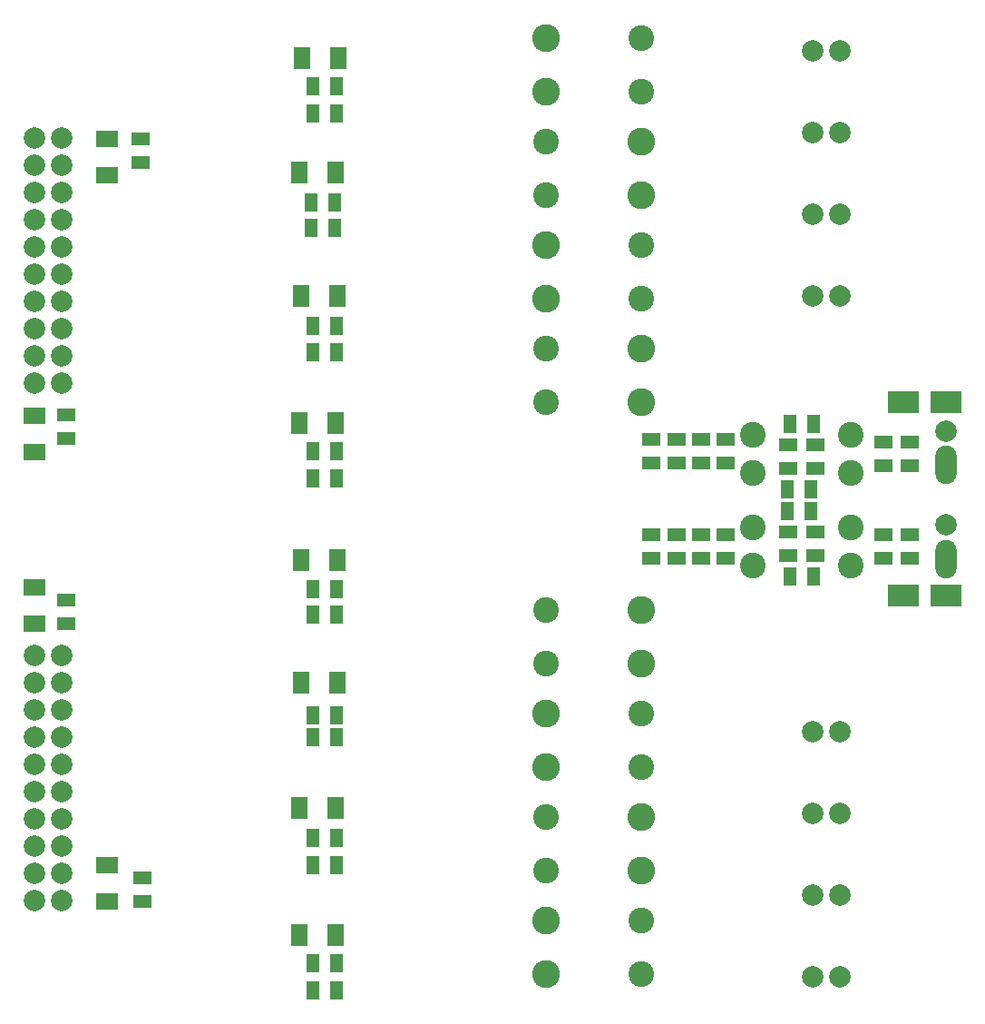
<source format=gbs>
G04 #@! TF.FileFunction,Soldermask,Bot*
%FSLAX46Y46*%
G04 Gerber Fmt 4.6, Leading zero omitted, Abs format (unit mm)*
G04 Created by KiCad (PCBNEW 4.0.1-stable) date 18/01/2016 20:35:10*
%MOMM*%
G01*
G04 APERTURE LIST*
%ADD10C,0.100000*%
%ADD11R,1.300000X1.700000*%
%ADD12C,2.400000*%
%ADD13R,1.700000X1.300000*%
%ADD14C,2.600000*%
%ADD15C,2.000000*%
%ADD16R,2.900000X2.100000*%
%ADD17O,2.000000X3.600000*%
%ADD18R,1.500000X2.100000*%
%ADD19R,2.100000X1.500000*%
G04 APERTURE END LIST*
D10*
D11*
X80170000Y51054000D03*
X77970000Y51054000D03*
X77970000Y53086000D03*
X80170000Y53086000D03*
X35847000Y65913000D03*
X33647000Y65913000D03*
X35720000Y77470000D03*
X33520000Y77470000D03*
X35847000Y88138000D03*
X33647000Y88138000D03*
X35847000Y68326000D03*
X33647000Y68326000D03*
X35720000Y79883000D03*
X33520000Y79883000D03*
D12*
X83896000Y58138000D03*
X83896000Y54638000D03*
X83896000Y49502000D03*
X83896000Y46002000D03*
D13*
X80594000Y57234000D03*
X80594000Y55034000D03*
X80594000Y49106000D03*
X80594000Y46906000D03*
X86944000Y57488000D03*
X86944000Y55288000D03*
X86944000Y48852000D03*
X86944000Y46652000D03*
X78054000Y57234000D03*
X78054000Y55034000D03*
X78054000Y49106000D03*
X78054000Y46906000D03*
D12*
X74752000Y58138000D03*
X74752000Y54638000D03*
X74752000Y49502000D03*
X74752000Y46002000D03*
D13*
X67640000Y57742000D03*
X67640000Y55542000D03*
X67640000Y48852000D03*
X67640000Y46652000D03*
X69926000Y57742000D03*
X69926000Y55542000D03*
X69926000Y48852000D03*
X69926000Y46652000D03*
X72212000Y57742000D03*
X72212000Y55542000D03*
X72212000Y48852000D03*
X72212000Y46652000D03*
D11*
X35847000Y90678000D03*
X33647000Y90678000D03*
X35847000Y56642000D03*
X33647000Y56642000D03*
X35847000Y54102000D03*
X33647000Y54102000D03*
D12*
X64338000Y90210000D03*
X64338000Y95210000D03*
D14*
X55448000Y90210000D03*
X55448000Y95210000D03*
D12*
X55448000Y80558000D03*
X55448000Y85558000D03*
D14*
X64338000Y80558000D03*
X64338000Y85558000D03*
D12*
X64338000Y70906000D03*
X64338000Y75906000D03*
D14*
X55448000Y70906000D03*
X55448000Y75906000D03*
D12*
X55448000Y61254000D03*
X55448000Y66254000D03*
D14*
X64338000Y61254000D03*
X64338000Y66254000D03*
D15*
X80340000Y93980000D03*
X82880000Y93980000D03*
X80340000Y86360000D03*
X82880000Y86360000D03*
X80340000Y78740000D03*
X82880000Y78740000D03*
X80340000Y71120000D03*
X82880000Y71120000D03*
D16*
X92754000Y61214000D03*
X88754000Y61214000D03*
X88754000Y43180000D03*
X92754000Y43180000D03*
D11*
X80424000Y59182000D03*
X78224000Y59182000D03*
X80424000Y44958000D03*
X78224000Y44958000D03*
D15*
X92786000Y58547000D03*
D17*
X92786000Y55372000D03*
D15*
X92786000Y49784000D03*
D17*
X92786000Y46609000D03*
D15*
X7696000Y85852000D03*
X10236000Y85852000D03*
X7696000Y83312000D03*
X10236000Y83312000D03*
X7696000Y80772000D03*
X10236000Y80772000D03*
X7696000Y78232000D03*
X10236000Y78232000D03*
X7696000Y75692000D03*
X10236000Y75692000D03*
X7696000Y73152000D03*
X10236000Y73152000D03*
X7696000Y70612000D03*
X10236000Y70612000D03*
X7696000Y68072000D03*
X10236000Y68072000D03*
X7696000Y65532000D03*
X10236000Y65532000D03*
X7696000Y62992000D03*
X10236000Y62992000D03*
D18*
X36066000Y93345000D03*
X32666000Y93345000D03*
X35812000Y82677000D03*
X32412000Y82677000D03*
X35939000Y71120000D03*
X32539000Y71120000D03*
X35812000Y59309000D03*
X32412000Y59309000D03*
X35812000Y11557000D03*
X32412000Y11557000D03*
X35812000Y23368000D03*
X32412000Y23368000D03*
X35939000Y35052000D03*
X32539000Y35052000D03*
X35939000Y46482000D03*
X32539000Y46482000D03*
D11*
X35847000Y8890000D03*
X33647000Y8890000D03*
X35847000Y20574000D03*
X33647000Y20574000D03*
X35847000Y32004000D03*
X33647000Y32004000D03*
X35847000Y43815000D03*
X33647000Y43815000D03*
X35847000Y6350000D03*
X33647000Y6350000D03*
X35847000Y18034000D03*
X33647000Y18034000D03*
X35847000Y29972000D03*
X33647000Y29972000D03*
X35847000Y41402000D03*
X33647000Y41402000D03*
D12*
X55448000Y41870000D03*
X55448000Y36870000D03*
D14*
X64338000Y41870000D03*
X64338000Y36870000D03*
D12*
X64338000Y32218000D03*
X64338000Y27218000D03*
D14*
X55448000Y32218000D03*
X55448000Y27218000D03*
D12*
X55448000Y22566000D03*
X55448000Y17566000D03*
D14*
X64338000Y22526000D03*
X64338000Y17526000D03*
D12*
X64338000Y12914000D03*
X64338000Y7914000D03*
D14*
X55448000Y12914000D03*
X55448000Y7914000D03*
D15*
X80340000Y30480000D03*
X82880000Y30480000D03*
X80340000Y22860000D03*
X82880000Y22860000D03*
X80340000Y15240000D03*
X82880000Y15240000D03*
X80340000Y7620000D03*
X82880000Y7620000D03*
X7696000Y37592000D03*
X10236000Y37592000D03*
X7696000Y35052000D03*
X10236000Y35052000D03*
X7696000Y32512000D03*
X10236000Y32512000D03*
X7696000Y29972000D03*
X10236000Y29972000D03*
X7696000Y27432000D03*
X10236000Y27432000D03*
X7696000Y24892000D03*
X10236000Y24892000D03*
X7696000Y22352000D03*
X10236000Y22352000D03*
X7696000Y19812000D03*
X10236000Y19812000D03*
X7696000Y17272000D03*
X10236000Y17272000D03*
X7696000Y14732000D03*
X10236000Y14732000D03*
D13*
X17602000Y85809000D03*
X17602000Y83609000D03*
X10617000Y60028000D03*
X10617000Y57828000D03*
X10617000Y40556000D03*
X10617000Y42756000D03*
X17729000Y14648000D03*
X17729000Y16848000D03*
D19*
X14427000Y82374000D03*
X14427000Y85774000D03*
X7696000Y56593000D03*
X7696000Y59993000D03*
X7696000Y43991000D03*
X7696000Y40591000D03*
X14427000Y18083000D03*
X14427000Y14683000D03*
D13*
X65278000Y57742000D03*
X65278000Y55542000D03*
X65278000Y48852000D03*
X65278000Y46652000D03*
X89408000Y57488000D03*
X89408000Y55288000D03*
X89408000Y48852000D03*
X89408000Y46652000D03*
M02*

</source>
